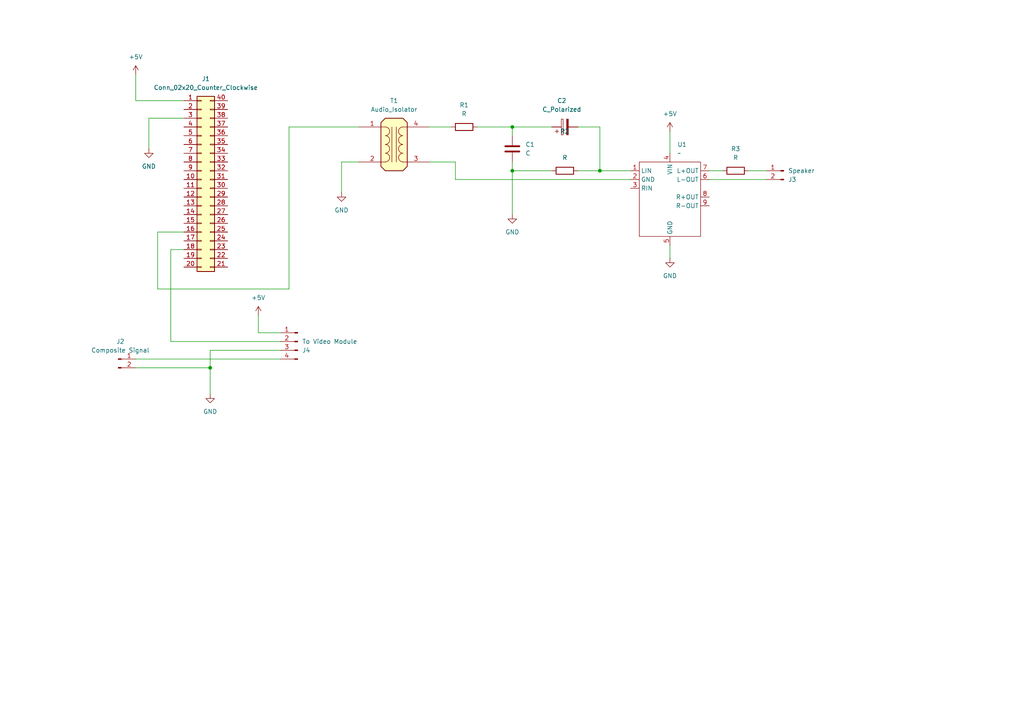
<source format=kicad_sch>
(kicad_sch (version 20250114) (generator "eeschema") (generator_version "9.0")
  (paper "A4")
  (lib_symbols
    (symbol "Connector:Conn_01x02_Pin" (pin_names (offset 1.016) (hide yes))
      (property "Reference" "J" (at 0 2.54 0))
      (property "Value" "Conn_01x02_Pin" (at 0 -5.08 0))
      (symbol "Conn_01x02_Pin_1_1"
        (rectangle (start 0.8636 0.127) (end 0 -0.127) (stroke (width 0.1524)) (fill (type outline)))
        (rectangle (start 0.8636 -2.413) (end 0 -2.667) (stroke (width 0.1524)) (fill (type outline)))
        (polyline (pts (xy 1.27 0) (xy 0.8636 0)) (stroke (width 0.1524)))
        (polyline (pts (xy 1.27 -2.54) (xy 0.8636 -2.54)) (stroke (width 0.1524)))
        (pin passive line (at 5.08 0 180) (length 3.81) (name "Pin_1") (number "1"))
        (pin passive line (at 5.08 -2.54 180) (length 3.81) (name "Pin_2") (number "2"))
      )
    )
    (symbol "Connector:Conn_01x04_Pin" (pin_names (offset 1.016) (hide yes))
      (property "Reference" "J" (at 0 5.08 0))
      (property "Value" "Conn_01x04_Pin" (at 0 -7.62 0))
      (symbol "Conn_01x04_Pin_1_1"
        (rectangle (start 0.8636 2.667) (end 0 2.413) (stroke (width 0.1524)) (fill (type outline)))
        (rectangle (start 0.8636 0.127) (end 0 -0.127) (stroke (width 0.1524)) (fill (type outline)))
        (rectangle (start 0.8636 -2.413) (end 0 -2.667) (stroke (width 0.1524)) (fill (type outline)))
        (rectangle (start 0.8636 -4.953) (end 0 -5.207) (stroke (width 0.1524)) (fill (type outline)))
        (polyline (pts (xy 1.27 2.54) (xy 0.8636 2.54)) (stroke (width 0.1524)))
        (polyline (pts (xy 1.27 0) (xy 0.8636 0)) (stroke (width 0.1524)))
        (polyline (pts (xy 1.27 -2.54) (xy 0.8636 -2.54)) (stroke (width 0.1524)))
        (polyline (pts (xy 1.27 -5.08) (xy 0.8636 -5.08)) (stroke (width 0.1524)))
        (pin passive line (at 5.08 2.54 180) (length 3.81) (name "Pin_1") (number "1"))
        (pin passive line (at 5.08 0 180) (length 3.81) (name "Pin_2") (number "2"))
        (pin passive line (at 5.08 -2.54 180) (length 3.81) (name "Pin_3") (number "3"))
        (pin passive line (at 5.08 -5.08 180) (length 3.81) (name "Pin_4") (number "4"))
      )
    )
    (symbol "Connector_Generic:Conn_02x20_Counter_Clockwise" (pin_names (offset 1.016) (hide yes))
      (property "Reference" "J" (at 1.27 25.4 0))
      (property "Value" "Conn_02x20_Counter_Clockwise" (at 1.27 -27.94 0))
      (symbol "Conn_02x20_Counter_Clockwise_1_1"
        (rectangle (start -1.27 24.13) (end 3.81 -26.67) (stroke (width 0.254)) (fill (type background)))
        (rectangle (start -1.27 22.987) (end 0 22.733) (stroke (width 0.1524)))
        (rectangle (start -1.27 20.447) (end 0 20.193) (stroke (width 0.1524)))
        (rectangle (start -1.27 17.907) (end 0 17.653) (stroke (width 0.1524)))
        (rectangle (start -1.27 15.367) (end 0 15.113) (stroke (width 0.1524)))
        (rectangle (start -1.27 12.827) (end 0 12.573) (stroke (width 0.1524)))
        (rectangle (start -1.27 10.287) (end 0 10.033) (stroke (width 0.1524)))
        (rectangle (start -1.27 7.747) (end 0 7.493) (stroke (width 0.1524)))
        (rectangle (start -1.27 5.207) (end 0 4.953) (stroke (width 0.1524)))
        (rectangle (start -1.27 2.667) (end 0 2.413) (stroke (width 0.1524)))
        (rectangle (start -1.27 0.127) (end 0 -0.127) (stroke (width 0.1524)))
        (rectangle (start -1.27 -2.413) (end 0 -2.667) (stroke (width 0.1524)))
        (rectangle (start -1.27 -4.953) (end 0 -5.207) (stroke (width 0.1524)))
        (rectangle (start -1.27 -7.493) (end 0 -7.747) (stroke (width 0.1524)))
        (rectangle (start -1.27 -10.033) (end 0 -10.287) (stroke (width 0.1524)))
        (rectangle (start -1.27 -12.573) (end 0 -12.827) (stroke (width 0.1524)))
        (rectangle (start -1.27 -15.113) (end 0 -15.367) (stroke (width 0.1524)))
        (rectangle (start -1.27 -17.653) (end 0 -17.907) (stroke (width 0.1524)))
        (rectangle (start -1.27 -20.193) (end 0 -20.447) (stroke (width 0.1524)))
        (rectangle (start -1.27 -22.733) (end 0 -22.987) (stroke (width 0.1524)))
        (rectangle (start -1.27 -25.273) (end 0 -25.527) (stroke (width 0.1524)))
        (rectangle (start 3.81 22.987) (end 2.54 22.733) (stroke (width 0.1524)))
        (rectangle (start 3.81 20.447) (end 2.54 20.193) (stroke (width 0.1524)))
        (rectangle (start 3.81 17.907) (end 2.54 17.653) (stroke (width 0.1524)))
        (rectangle (start 3.81 15.367) (end 2.54 15.113) (stroke (width 0.1524)))
        (rectangle (start 3.81 12.827) (end 2.54 12.573) (stroke (width 0.1524)))
        (rectangle (start 3.81 10.287) (end 2.54 10.033) (stroke (width 0.1524)))
        (rectangle (start 3.81 7.747) (end 2.54 7.493) (stroke (width 0.1524)))
        (rectangle (start 3.81 5.207) (end 2.54 4.953) (stroke (width 0.1524)))
        (rectangle (start 3.81 2.667) (end 2.54 2.413) (stroke (width 0.1524)))
        (rectangle (start 3.81 0.127) (end 2.54 -0.127) (stroke (width 0.1524)))
        (rectangle (start 3.81 -2.413) (end 2.54 -2.667) (stroke (width 0.1524)))
        (rectangle (start 3.81 -4.953) (end 2.54 -5.207) (stroke (width 0.1524)))
        (rectangle (start 3.81 -7.493) (end 2.54 -7.747) (stroke (width 0.1524)))
        (rectangle (start 3.81 -10.033) (end 2.54 -10.287) (stroke (width 0.1524)))
        (rectangle (start 3.81 -12.573) (end 2.54 -12.827) (stroke (width 0.1524)))
        (rectangle (start 3.81 -15.113) (end 2.54 -15.367) (stroke (width 0.1524)))
        (rectangle (start 3.81 -17.653) (end 2.54 -17.907) (stroke (width 0.1524)))
        (rectangle (start 3.81 -20.193) (end 2.54 -20.447) (stroke (width 0.1524)))
        (rectangle (start 3.81 -22.733) (end 2.54 -22.987) (stroke (width 0.1524)))
        (rectangle (start 3.81 -25.273) (end 2.54 -25.527) (stroke (width 0.1524)))
        (pin passive line (at -5.08 22.86 0) (length 3.81) (name "Pin_1") (number "1"))
        (pin passive line (at -5.08 20.32 0) (length 3.81) (name "Pin_2") (number "2"))
        (pin passive line (at -5.08 17.78 0) (length 3.81) (name "Pin_3") (number "3"))
        (pin passive line (at -5.08 15.24 0) (length 3.81) (name "Pin_4") (number "4"))
        (pin passive line (at -5.08 12.7 0) (length 3.81) (name "Pin_5") (number "5"))
        (pin passive line (at -5.08 10.16 0) (length 3.81) (name "Pin_6") (number "6"))
        (pin passive line (at -5.08 7.62 0) (length 3.81) (name "Pin_7") (number "7"))
        (pin passive line (at -5.08 5.08 0) (length 3.81) (name "Pin_8") (number "8"))
        (pin passive line (at -5.08 2.54 0) (length 3.81) (name "Pin_9") (number "9"))
        (pin passive line (at -5.08 0 0) (length 3.81) (name "Pin_10") (number "10"))
        (pin passive line (at -5.08 -2.54 0) (length 3.81) (name "Pin_11") (number "11"))
        (pin passive line (at -5.08 -5.08 0) (length 3.81) (name "Pin_12") (number "12"))
        (pin passive line (at -5.08 -7.62 0) (length 3.81) (name "Pin_13") (number "13"))
        (pin passive line (at -5.08 -10.16 0) (length 3.81) (name "Pin_14") (number "14"))
        (pin passive line (at -5.08 -12.7 0) (length 3.81) (name "Pin_15") (number "15"))
        (pin passive line (at -5.08 -15.24 0) (length 3.81) (name "Pin_16") (number "16"))
        (pin passive line (at -5.08 -17.78 0) (length 3.81) (name "Pin_17") (number "17"))
        (pin passive line (at -5.08 -20.32 0) (length 3.81) (name "Pin_18") (number "18"))
        (pin passive line (at -5.08 -22.86 0) (length 3.81) (name "Pin_19") (number "19"))
        (pin passive line (at -5.08 -25.4 0) (length 3.81) (name "Pin_20") (number "20"))
        (pin passive line (at 7.62 22.86 180) (length 3.81) (name "Pin_40") (number "40"))
        (pin passive line (at 7.62 20.32 180) (length 3.81) (name "Pin_39") (number "39"))
        (pin passive line (at 7.62 17.78 180) (length 3.81) (name "Pin_38") (number "38"))
        (pin passive line (at 7.62 15.24 180) (length 3.81) (name "Pin_37") (number "37"))
        (pin passive line (at 7.62 12.7 180) (length 3.81) (name "Pin_36") (number "36"))
        (pin passive line (at 7.62 10.16 180) (length 3.81) (name "Pin_35") (number "35"))
        (pin passive line (at 7.62 7.62 180) (length 3.81) (name "Pin_34") (number "34"))
        (pin passive line (at 7.62 5.08 180) (length 3.81) (name "Pin_33") (number "33"))
        (pin passive line (at 7.62 2.54 180) (length 3.81) (name "Pin_32") (number "32"))
        (pin passive line (at 7.62 0 180) (length 3.81) (name "Pin_31") (number "31"))
        (pin passive line (at 7.62 -2.54 180) (length 3.81) (name "Pin_30") (number "30"))
        (pin passive line (at 7.62 -5.08 180) (length 3.81) (name "Pin_29") (number "29"))
        (pin passive line (at 7.62 -7.62 180) (length 3.81) (name "Pin_28") (number "28"))
        (pin passive line (at 7.62 -10.16 180) (length 3.81) (name "Pin_27") (number "27"))
        (pin passive line (at 7.62 -12.7 180) (length 3.81) (name "Pin_26") (number "26"))
        (pin passive line (at 7.62 -15.24 180) (length 3.81) (name "Pin_25") (number "25"))
        (pin passive line (at 7.62 -17.78 180) (length 3.81) (name "Pin_24") (number "24"))
        (pin passive line (at 7.62 -20.32 180) (length 3.81) (name "Pin_23") (number "23"))
        (pin passive line (at 7.62 -22.86 180) (length 3.81) (name "Pin_22") (number "22"))
        (pin passive line (at 7.62 -25.4 180) (length 3.81) (name "Pin_21") (number "21"))
      )
    )
    (symbol "Device:C" (pin_numbers (hide yes)) (pin_names (offset 0.254))
      (property "Reference" "C" (at 0.635 2.54 0))
      (property "Value" "C" (at 0.635 -2.54 0))
      (symbol "C_0_1"
        (polyline (pts (xy -2.032 0.762) (xy 2.032 0.762)) (stroke (width 0.508)))
        (polyline (pts (xy -2.032 -0.762) (xy 2.032 -0.762)) (stroke (width 0.508)))
      )
      (symbol "C_1_1"
        (pin passive line (at 0 3.81 270) (length 2.794) (name "~") (number "1"))
        (pin passive line (at 0 -3.81 90) (length 2.794) (name "~") (number "2"))
      )
    )
    (symbol "Device:C_Polarized" (pin_numbers (hide yes)) (pin_names (offset 0.254))
      (property "Reference" "C" (at 0.635 2.54 0))
      (property "Value" "C_Polarized" (at 0.635 -2.54 0))
      (symbol "C_Polarized_0_1"
        (rectangle (start -2.286 0.508) (end 2.286 1.016))
        (polyline (pts (xy -1.778 2.286) (xy -0.762 2.286)))
        (polyline (pts (xy -1.27 2.794) (xy -1.27 1.778)))
        (rectangle (start 2.286 -0.508) (end -2.286 -1.016) (fill (type outline)))
      )
      (symbol "C_Polarized_1_1"
        (pin passive line (at 0 3.81 270) (length 2.794) (name "~") (number "1"))
        (pin passive line (at 0 -3.81 90) (length 2.794) (name "~") (number "2"))
      )
    )
    (symbol "Device:R" (pin_numbers (hide yes)) (pin_names (offset 0))
      (property "Reference" "R" (at 2.032 0 90))
      (property "Value" "R" (at 0 0 90))
      (symbol "R_0_1"
        (rectangle (start -1.016 -2.54) (end 1.016 2.54) (stroke (width 0.254)))
      )
      (symbol "R_1_1"
        (pin passive line (at 0 3.81 270) (length 1.27) (name "~") (number "1"))
        (pin passive line (at 0 -3.81 90) (length 1.27) (name "~") (number "2"))
      )
    )
    (symbol "JailLab:Audio_Isolator" (pin_names (offset 1.016) (hide yes))
      (property "Reference" "T" (at 0 11.684 0))
      (property "Value" "Audio_Isolator" (at 0.254 9.398 0))
      (symbol "Audio_Isolator_0_1"
        (polyline (pts (xy -3.81 6.35) (xy -2.54 7.62) (xy 2.54 7.62) (xy 3.81 6.35) (xy 3.81 -6.35) (xy 2.54 -7.62) (xy -2.54 -7.62) (xy -3.81 -6.35) (xy -3.81 6.35)) (stroke (width 0.254)) (fill (type background)))
        (arc (start -1.27 3.81) (mid -1.656 2.9336) (end -2.54 2.5654))
        (arc (start -1.27 1.27) (mid -1.656 0.3936) (end -2.54 0.0254))
        (arc (start -1.27 -1.27) (mid -1.656 -2.1464) (end -2.54 -2.5146))
        (arc (start -1.27 -3.81) (mid -1.656 -4.6864) (end -2.54 -5.0546))
        (arc (start -2.54 5.08) (mid -1.642 4.708) (end -1.27 3.81))
        (arc (start -2.54 2.54) (mid -1.642 2.168) (end -1.27 1.27))
        (arc (start -2.54 0) (mid -1.642 -0.372) (end -1.27 -1.27))
        (arc (start -2.54 -2.54) (mid -1.642 -2.912) (end -1.27 -3.81))
        (polyline (pts (xy -0.635 5.08) (xy -0.635 -5.08)))
        (polyline (pts (xy 0.635 -5.08) (xy 0.635 5.08)))
        (arc (start 1.2954 3.81) (mid 1.6457 4.7117) (end 2.54 5.08))
        (arc (start 1.2954 1.27) (mid 1.6457 2.1717) (end 2.54 2.54))
        (arc (start 1.2954 -1.27) (mid 1.6457 -0.3683) (end 2.54 0))
        (arc (start 2.54 2.5654) (mid 1.6599 2.9299) (end 1.2954 3.81))
        (arc (start 2.54 0.0254) (mid 1.6599 0.3899) (end 1.2954 1.27))
        (arc (start 2.54 -2.5146) (mid 1.6599 -2.1501) (end 1.2954 -1.27))
        (arc (start 1.3208 -3.81) (mid 1.6711 -2.9085) (end 2.5654 -2.54))
        (arc (start 2.5654 -5.0546) (mid 1.6851 -4.6902) (end 1.3208 -3.81))
      )
      (symbol "Audio_Isolator_1_1"
        (pin passive line (at -10.16 5.08 0) (length 7.62) (name "AA") (number "1"))
        (pin passive line (at -10.16 -5.08 0) (length 7.62) (name "AB") (number "2"))
        (pin passive line (at 10.16 5.08 180) (length 7.62) (name "SB") (number "4"))
        (pin passive line (at 10.16 -5.08 180) (length 7.62) (name "SA") (number "3"))
      )
    )
    (symbol "JailLab:PAM8403_Module"
      (property "Reference" "U" (at 7.366 10.414 0))
      (symbol "PAM8403_Module_0_1"
        (rectangle (start -6.35 8.89) (end 11.43 -12.7))
      )
      (symbol "PAM8403_Module_1_1"
        (pin input line (at -8.89 6.35 0) (length 2.54) (name "LIN") (number "1"))
        (pin input line (at -8.89 3.81 0) (length 2.54) (name "GND") (number "2"))
        (pin input line (at -8.89 1.27 0) (length 2.54) (name "RIN") (number "3"))
        (pin input line (at 2.54 11.43 270) (length 2.54) (name "VIN") (number "4"))
        (pin input line (at 2.54 -15.24 90) (length 2.54) (name "GND") (number "5"))
        (pin output line (at 13.97 6.35 180) (length 2.54) (name "L+OUT") (number "7"))
        (pin output line (at 13.97 3.81 180) (length 2.54) (name "L-OUT") (number "6"))
        (pin output line (at 13.97 -1.27 180) (length 2.54) (name "R+OUT") (number "8"))
        (pin output line (at 13.97 -3.81 180) (length 2.54) (name "R-OUT") (number "9"))
      )
    )
    (symbol "power:+5V" (power) (pin_numbers (hide yes)) (pin_names (offset 0) (hide yes))
      (property "Value" "+5V" (at 0 3.556 0))
      (symbol "+5V_0_1"
        (polyline (pts (xy -0.762 1.27) (xy 0 2.54)))
        (polyline (pts (xy 0 2.54) (xy 0.762 1.27)))
        (polyline (pts (xy 0 0) (xy 0 2.54)))
      )
      (symbol "+5V_1_1"
        (pin power_in line (at 0 0 90) (length 0) (name "~") (number "1"))
      )
    )
    (symbol "power:GND" (power) (pin_numbers (hide yes)) (pin_names (offset 0) (hide yes))
      (property "Value" "GND" (at 0 -3.81 0))
      (symbol "GND_0_1"
        (polyline (pts (xy 0 0) (xy 0 -1.27) (xy 1.27 -1.27) (xy 0 -2.54) (xy -1.27 -1.27) (xy 0 -1.27)))
      )
      (symbol "GND_1_1"
        (pin power_in line (at 0 0 270) (length 0) (name "~") (number "1"))
      )
    )
  )
  (junction (at 60.96 106.68))
  (junction (at 148.59 49.53))
  (junction (at 148.59 36.83))
  (junction (at 173.99 49.53))
  (wire (pts (xy 83.82 36.83) (xy 104.14 36.83)))
  (wire (pts (xy 167.64 36.83) (xy 173.99 36.83)))
  (wire (pts (xy 167.64 49.53) (xy 173.99 49.53)))
  (wire (pts (xy 39.37 104.14) (xy 81.28 104.14)))
  (wire (pts (xy 99.06 55.88) (xy 99.06 46.99)))
  (wire (pts (xy 132.08 52.07) (xy 132.08 46.99)))
  (wire (pts (xy 45.72 83.82) (xy 83.82 83.82)))
  (wire (pts (xy 160.02 36.83) (xy 148.59 36.83)))
  (wire (pts (xy 148.59 36.83) (xy 148.59 39.37)))
  (wire (pts (xy 49.53 72.39) (xy 53.34 72.39)))
  (wire (pts (xy 74.93 91.44) (xy 74.93 96.52)))
  (wire (pts (xy 45.72 67.31) (xy 45.72 83.82)))
  (wire (pts (xy 182.88 52.07) (xy 132.08 52.07)))
  (wire (pts (xy 53.34 67.31) (xy 45.72 67.31)))
  (wire (pts (xy 173.99 49.53) (xy 182.88 49.53)))
  (wire (pts (xy 81.28 99.06) (xy 49.53 99.06)))
  (wire (pts (xy 83.82 83.82) (xy 83.82 36.83)))
  (wire (pts (xy 173.99 36.83) (xy 173.99 49.53)))
  (wire (pts (xy 60.96 101.6) (xy 60.96 106.68)))
  (wire (pts (xy 132.08 46.99) (xy 124.46 46.99)))
  (wire (pts (xy 138.43 36.83) (xy 148.59 36.83)))
  (wire (pts (xy 39.37 21.59) (xy 39.37 29.21)))
  (wire (pts (xy 194.31 38.1) (xy 194.31 44.45)))
  (wire (pts (xy 205.74 49.53) (xy 209.55 49.53)))
  (wire (pts (xy 49.53 99.06) (xy 49.53 72.39)))
  (wire (pts (xy 217.17 49.53) (xy 222.25 49.53)))
  (wire (pts (xy 194.31 71.12) (xy 194.31 74.93)))
  (wire (pts (xy 39.37 106.68) (xy 60.96 106.68)))
  (wire (pts (xy 148.59 49.53) (xy 160.02 49.53)))
  (wire (pts (xy 39.37 29.21) (xy 53.34 29.21)))
  (wire (pts (xy 99.06 46.99) (xy 104.14 46.99)))
  (wire (pts (xy 74.93 96.52) (xy 81.28 96.52)))
  (wire (pts (xy 43.18 34.29) (xy 53.34 34.29)))
  (wire (pts (xy 60.96 106.68) (xy 60.96 114.3)))
  (wire (pts (xy 43.18 43.18) (xy 43.18 34.29)))
  (wire (pts (xy 148.59 46.99) (xy 148.59 49.53)))
  (wire (pts (xy 148.59 49.53) (xy 148.59 62.23)))
  (wire (pts (xy 205.74 52.07) (xy 222.25 52.07)))
  (wire (pts (xy 124.46 36.83) (xy 130.81 36.83)))
  (wire (pts (xy 81.28 101.6) (xy 60.96 101.6)))
  (symbol (lib_id "power:+5V") (at 39.37 21.59 0) (unit 1)
    (property "Reference" "#PWR05" (effects (hide yes)))
    (property "Value" "+5V" (at 39.37 16.51 0))
    (property "Description" "Power symbol creates a global label with name \"+5V\"" (effects (hide yes)))
  )
  (symbol (lib_id "power:GND") (at 99.06 55.88 0) (unit 1)
    (property "Reference" "#PWR04" (effects (hide yes)))
    (property "Value" "GND" (at 99.06 60.96 0))
    (property "Description" "Power symbol creates a global label with name \"GND\" , ground" (effects (hide yes)))
  )
  (symbol (lib_id "power:+5V") (at 194.31 38.1 0) (unit 1)
    (property "Reference" "#PWR01" (effects (hide yes)))
    (property "Value" "+5V" (at 194.31 33.02 0))
    (property "Description" "Power symbol creates a global label with name \"+5V\"" (effects (hide yes)))
  )
  (symbol (lib_id "power:+5V") (at 74.93 91.44 0) (unit 1)
    (property "Reference" "#PWR08" (effects (hide yes)))
    (property "Value" "+5V" (at 74.93 86.36 0))
    (property "Description" "Power symbol creates a global label with name \"+5V\"" (effects (hide yes)))
  )
  (symbol (lib_id "power:GND") (at 194.31 74.93 0) (unit 1)
    (property "Reference" "#PWR02" (effects (hide yes)))
    (property "Value" "GND" (at 194.31 80.01 0))
    (property "Description" "Power symbol creates a global label with name \"GND\" , ground" (effects (hide yes)))
  )
  (symbol (lib_id "Connector:Conn_01x02_Pin") (at 227.33 49.53 0) (mirror y) (unit 1)
    (property "Reference" "J3" (at 228.6 52.0701 0) (effects (justify right)))
    (property "Value" "Speaker" (at 228.6 49.5301 0) (effects (justify right)))
    (property "Footprint" "Connector_PinHeader_2.54mm:PinHeader_1x02_P2.54mm_Vertical" (effects (hide yes)))
    (property "Description" "Generic connector, single row, 01x02, script generated" (effects (hide yes)))
  )
  (symbol (lib_id "power:GND") (at 60.96 114.3 0) (unit 1)
    (property "Reference" "#PWR07" (effects (hide yes)))
    (property "Value" "GND" (at 60.96 119.38 0))
    (property "Description" "Power symbol creates a global label with name \"GND\" , ground" (effects (hide yes)))
  )
  (symbol (lib_id "power:GND") (at 148.59 62.23 0) (unit 1)
    (property "Reference" "#PWR03" (effects (hide yes)))
    (property "Value" "GND" (at 148.59 67.31 0))
    (property "Description" "Power symbol creates a global label with name \"GND\" , ground" (effects (hide yes)))
  )
  (symbol (lib_id "Connector_Generic:Conn_02x20_Counter_Clockwise") (at 58.42 52.07 0) (unit 1)
    (property "Reference" "J1" (at 59.69 22.86 0))
    (property "Value" "Conn_02x20_Counter_Clockwise" (at 59.69 25.4 0))
    (property "Footprint" "Connector_PinHeader_2.54mm:PinHeader_2x20_P2.54mm_Vertical" (effects (hide yes)))
    (property "Description" "Generic connector, double row, 02x20, counter clockwise pin numbering scheme (similar to DIP package numbering), script generated (kicad-library-utils/schlib/autogen/connector/)" (effects (hide yes)))
  )
  (symbol (lib_id "Device:R") (at 213.36 49.53 90) (unit 1)
    (property "Reference" "R3" (at 213.36 43.18 90))
    (property "Value" "R" (at 213.36 45.72 90))
    (property "Footprint" "Resistor_THT:R_Axial_DIN0204_L3.6mm_D1.6mm_P7.62mm_Horizontal" (effects (hide yes)))
    (property "Description" "Resistor" (effects (hide yes)))
  )
  (symbol (lib_id "Device:R") (at 134.62 36.83 90) (unit 1)
    (property "Reference" "R1" (at 134.62 30.48 90))
    (property "Value" "R" (at 134.62 33.02 90))
    (property "Footprint" "Resistor_THT:R_Axial_DIN0204_L3.6mm_D1.6mm_P7.62mm_Horizontal" (effects (hide yes)))
    (property "Description" "Resistor" (effects (hide yes)))
  )
  (symbol (lib_id "Device:C_Polarized") (at 163.83 36.83 90) (unit 1)
    (property "Reference" "C2" (at 162.941 29.21 90))
    (property "Value" "C_Polarized" (at 162.941 31.75 90))
    (property "Footprint" "Capacitor_THT:CP_Radial_D5.0mm_P2.50mm" (effects (hide yes)))
    (property "Description" "Polarized capacitor" (effects (hide yes)))
  )
  (symbol (lib_id "Connector:Conn_01x04_Pin") (at 86.36 99.06 0) (mirror y) (unit 1)
    (property "Reference" "J4" (at 87.63 101.6001 0) (effects (justify right)))
    (property "Value" "To Video Module" (at 87.63 99.0601 0) (effects (justify right)))
    (property "Footprint" "Connector_PinHeader_2.54mm:PinHeader_1x04_P2.54mm_Vertical" (effects (hide yes)))
    (property "Description" "Generic connector, single row, 01x04, script generated" (effects (hide yes)))
  )
  (symbol (lib_id "JailLab:PAM8403_Module") (at 191.77 55.88 0) (unit 1)
    (property "Reference" "U1" (at 196.4533 41.91 0) (effects (justify left)))
    (property "Value" "~" (at 196.4533 44.45 0) (effects (justify left)))
    (property "Footprint" "JailLab:PAM8403 Module" (effects (hide yes)))
  )
  (symbol (lib_id "Device:C") (at 148.59 43.18 0) (unit 1)
    (property "Reference" "C1" (at 152.4 41.9099 0) (effects (justify left)))
    (property "Value" "C" (at 152.4 44.4499 0) (effects (justify left)))
    (property "Footprint" "Capacitor_THT:C_Disc_D3.0mm_W1.6mm_P2.50mm" (effects (hide yes)))
    (property "Description" "Unpolarized capacitor" (effects (hide yes)))
  )
  (symbol (lib_id "power:GND") (at 43.18 43.18 0) (unit 1)
    (property "Reference" "#PWR06" (effects (hide yes)))
    (property "Value" "GND" (at 43.18 48.26 0))
    (property "Description" "Power symbol creates a global label with name \"GND\" , ground" (effects (hide yes)))
  )
  (symbol (lib_id "JailLab:Audio_Isolator") (at 114.3 41.91 0) (unit 1)
    (property "Reference" "T1" (at 114.3 29.21 0))
    (property "Value" "Audio_Isolator" (at 114.3 31.75 0))
    (property "Footprint" "JailLab:Audio Isolator" (effects (hide yes)))
    (property "Description" "Audio transformer" (effects (hide yes)))
  )
  (symbol (lib_id "Connector:Conn_01x02_Pin") (at 34.29 104.14 0) (unit 1)
    (property "Reference" "J2" (at 34.925 99.06 0))
    (property "Value" "Composite Signal" (at 34.925 101.6 0))
    (property "Footprint" "Connector_PinHeader_2.54mm:PinHeader_1x02_P2.54mm_Vertical" (effects (hide yes)))
    (property "Description" "Generic connector, single row, 01x02, script generated" (effects (hide yes)))
  )
  (symbol (lib_id "Device:R") (at 163.83 49.53 90) (unit 1)
    (property "Reference" "R2" (at 163.83 38.1 90))
    (property "Value" "R" (at 163.83 45.72 90))
    (property "Footprint" "Resistor_THT:R_Axial_DIN0204_L3.6mm_D1.6mm_P7.62mm_Horizontal" (effects (hide yes)))
    (property "Description" "Resistor" (effects (hide yes)))
  )
)
</source>
